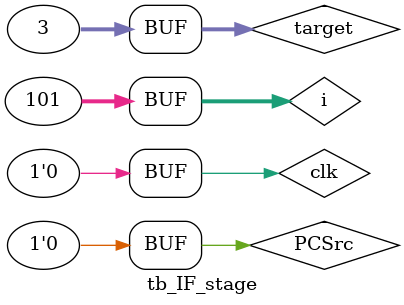
<source format=v>
`timescale 1ns / 1ps


module tb_IF_stage;

	// Inputs
	reg PCSrc;
	reg [31:0] target;

	// Outputs
	wire [31:0] After_pc;
	wire [31:0] inst;

	// Instantiate the Unit Under Test (UUT)
	IF_stage uut (
		.clk(clk),
		.rst(rst), 
		.PCSrc(PCSrc), 
		.target(target), 
		.After_pc(After_pc), 
		.inst(inst)
	);
	
	reg clk;
	reg rst;
	integer i;
	initial begin
		// Initialize Inputs
		clk = 0;
		PCSrc = 0;
		target = 3;
		
		for(i=0; i<= 100; i=i+1)begin
			#50;
			clk=1;
			#50; 
			clk=0;
		end
	end


endmodule


</source>
